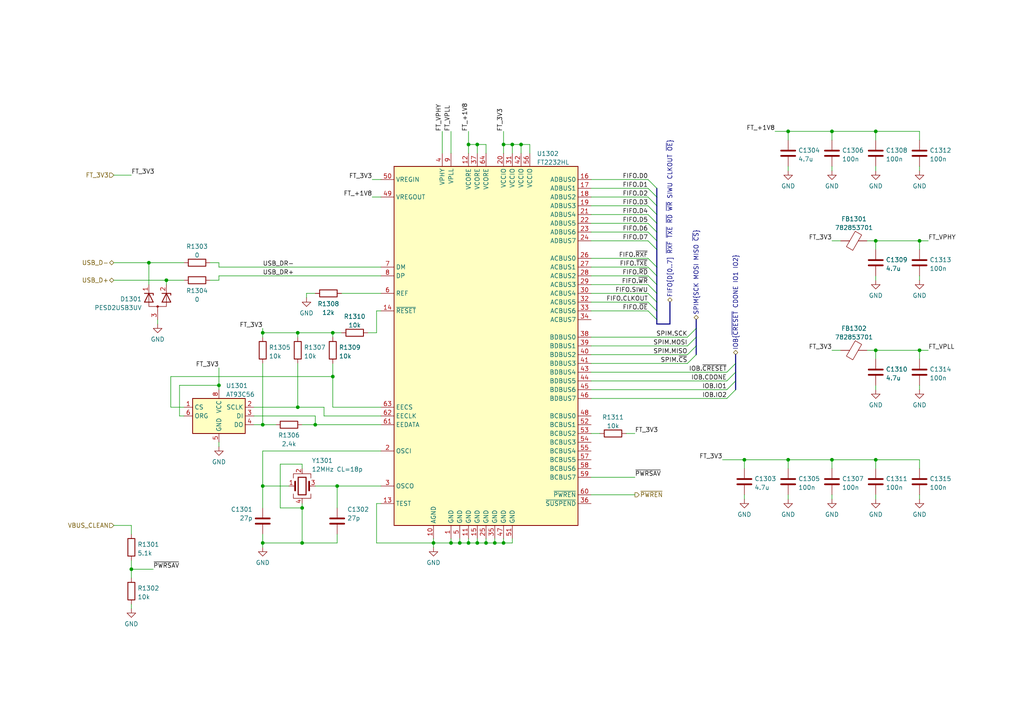
<source format=kicad_sch>
(kicad_sch (version 20211123) (generator eeschema)
  (paper "A4")
  (lib_symbols
    (symbol "Device:C" (pin_numbers hide) (pin_names (offset 0.254))
      (property "Reference" "C" (at 0.635 2.54 0))
      (property "Value" "C" (at 0.635 -2.54 0))
      (symbol "C_0_1"
        (polyline (pts (xy -2.032 -0.762) (xy 2.032 -0.762)) (stroke (width 0.508)))
        (polyline (pts (xy -2.032 0.762) (xy 2.032 0.762)) (stroke (width 0.508)))
      )
      (symbol "C_1_1"
        (pin passive line (at 0 3.81 270) (length 2.794) (name "~") (number "1"))
        (pin passive line (at 0 -3.81 90) (length 2.794) (name "~") (number "2"))
      )
    )
    (symbol "Device:Crystal_GND24" (pin_names (offset 1.016) hide)
      (property "Reference" "Y" (at 3.175 5.08 0))
      (property "Value" "Crystal_GND24" (at 3.175 3.175 0))
      (symbol "Crystal_GND24_0_1"
        (rectangle (start -1.143 2.54) (end 1.143 -2.54) (stroke (width 0.3048)))
        (polyline (pts (xy -2.54 0) (xy -2.032 0)))
        (polyline (pts (xy -2.032 -1.27) (xy -2.032 1.27)) (stroke (width 0.508)))
        (polyline (pts (xy 0 -3.81) (xy 0 -3.556)))
        (polyline (pts (xy 0 3.556) (xy 0 3.81)))
        (polyline (pts (xy 2.032 -1.27) (xy 2.032 1.27)) (stroke (width 0.508)))
        (polyline (pts (xy 2.032 0) (xy 2.54 0)))
        (polyline (pts (xy -2.54 -2.286) (xy -2.54 -3.556) (xy 2.54 -3.556) (xy 2.54 -2.286)))
        (polyline (pts (xy -2.54 2.286) (xy -2.54 3.556) (xy 2.54 3.556) (xy 2.54 2.286)))
      )
      (symbol "Crystal_GND24_1_1"
        (pin passive line (at -3.81 0 0) (length 1.27) (name "1") (number "1"))
        (pin passive line (at 0 5.08 270) (length 1.27) (name "2") (number "2"))
        (pin passive line (at 3.81 0 180) (length 1.27) (name "3") (number "3"))
        (pin passive line (at 0 -5.08 90) (length 1.27) (name "4") (number "4"))
      )
    )
    (symbol "Device:D_Zener_Dual_CommonAnode_KKA_Parallel" (pin_names (offset 0.762) hide)
      (property "Reference" "D" (at 0 5.08 0))
      (property "Value" "D_Zener_Dual_CommonAnode_KKA_Parallel" (at 0 -5.08 0))
      (symbol "D_Zener_Dual_CommonAnode_KKA_Parallel_0_0"
        (polyline (pts (xy 2.032 1.27) (xy 2.54 1.27) (xy 2.54 3.81)) (stroke (width 0.254)))
        (polyline (pts (xy 2.54 -1.27) (xy 2.54 -3.81) (xy 2.032 -3.81)) (stroke (width 0.254)))
      )
      (symbol "D_Zener_Dual_CommonAnode_KKA_Parallel_0_1"
        (circle (center -1.27 0) (radius 0.254) (fill (type outline)))
        (polyline (pts (xy -1.27 0) (xy -2.54 0)))
        (polyline (pts (xy 2.54 2.54) (xy -1.27 2.54) (xy -1.27 -2.54) (xy 2.54 -2.54)))
        (polyline (pts (xy 0 -1.27) (xy 2.54 -2.54) (xy 0 -3.81) (xy 0 -1.27) (xy 0 -1.27) (xy 0 -1.27)) (stroke (width 0.254)))
        (polyline (pts (xy 0 3.81) (xy 2.54 2.54) (xy 0 1.27) (xy 0 3.81) (xy 0 3.81) (xy 0 3.81)) (stroke (width 0.254)))
        (pin passive line (at 5.08 2.54 180) (length 2.54) (name "K") (number "1"))
        (pin passive line (at 5.08 -2.54 180) (length 2.54) (name "K") (number "2"))
        (pin passive line (at -5.08 0 0) (length 2.54) (name "A") (number "3"))
      )
    )
    (symbol "Device:FerriteBead" (pin_numbers hide) (pin_names (offset 0))
      (property "Reference" "FB" (at -3.81 0.635 90))
      (property "Value" "FerriteBead" (at 3.81 0 90))
      (symbol "FerriteBead_0_1"
        (polyline (pts (xy 0 -1.27) (xy 0 -1.2192)))
        (polyline (pts (xy 0 1.27) (xy 0 1.2954)))
        (polyline (pts (xy -2.7686 0.4064) (xy -1.7018 2.2606) (xy 2.7686 -0.3048) (xy 1.6764 -2.159) (xy -2.7686 0.4064)))
      )
      (symbol "FerriteBead_1_1"
        (pin passive line (at 0 3.81 270) (length 2.54) (name "~") (number "1"))
        (pin passive line (at 0 -3.81 90) (length 2.54) (name "~") (number "2"))
      )
    )
    (symbol "Device:R" (pin_numbers hide) (pin_names (offset 0))
      (property "Reference" "R" (at 2.032 0 90))
      (property "Value" "R" (at 0 0 90))
      (symbol "R_0_1"
        (rectangle (start -1.016 -2.54) (end 1.016 2.54) (stroke (width 0.254)))
      )
      (symbol "R_1_1"
        (pin passive line (at 0 3.81 270) (length 1.27) (name "~") (number "1"))
        (pin passive line (at 0 -3.81 90) (length 1.27) (name "~") (number "2"))
      )
    )
    (symbol "Interface_USB:FT2232HL"
      (property "Reference" "U" (at -26.67 53.34 0))
      (property "Value" "FT2232HL" (at 19.05 53.34 0))
      (symbol "FT2232HL_0_1"
        (rectangle (start -26.67 -52.07) (end 26.67 52.07) (stroke (width 0.254)) (fill (type background)))
      )
      (symbol "FT2232HL_1_1"
        (pin power_in line (at -10.16 -55.88 90) (length 3.81) (name "GND") (number "1"))
        (pin power_in line (at -15.24 -55.88 90) (length 3.81) (name "AGND") (number "10"))
        (pin power_in line (at -5.08 -55.88 90) (length 3.81) (name "GND") (number "11"))
        (pin power_in line (at -5.08 55.88 270) (length 3.81) (name "VCORE") (number "12"))
        (pin input line (at -30.48 -45.72 0) (length 3.81) (name "TEST") (number "13"))
        (pin input line (at -30.48 10.16 0) (length 3.81) (name "~{RESET}") (number "14"))
        (pin power_in line (at -2.54 -55.88 90) (length 3.81) (name "GND") (number "15"))
        (pin bidirectional line (at 30.48 48.26 180) (length 3.81) (name "ADBUS0") (number "16"))
        (pin bidirectional line (at 30.48 45.72 180) (length 3.81) (name "ADBUS1") (number "17"))
        (pin bidirectional line (at 30.48 43.18 180) (length 3.81) (name "ADBUS2") (number "18"))
        (pin bidirectional line (at 30.48 40.64 180) (length 3.81) (name "ADBUS3") (number "19"))
        (pin input line (at -30.48 -30.48 0) (length 3.81) (name "OSCI") (number "2"))
        (pin power_in line (at 5.08 55.88 270) (length 3.81) (name "VCCIO") (number "20"))
        (pin bidirectional line (at 30.48 38.1 180) (length 3.81) (name "ADBUS4") (number "21"))
        (pin bidirectional line (at 30.48 35.56 180) (length 3.81) (name "ADBUS5") (number "22"))
        (pin bidirectional line (at 30.48 33.02 180) (length 3.81) (name "ADBUS6") (number "23"))
        (pin bidirectional line (at 30.48 30.48 180) (length 3.81) (name "ADBUS7") (number "24"))
        (pin power_in line (at 0 -55.88 90) (length 3.81) (name "GND") (number "25"))
        (pin bidirectional line (at 30.48 25.4 180) (length 3.81) (name "ACBUS0") (number "26"))
        (pin bidirectional line (at 30.48 22.86 180) (length 3.81) (name "ACBUS1") (number "27"))
        (pin bidirectional line (at 30.48 20.32 180) (length 3.81) (name "ACBUS2") (number "28"))
        (pin bidirectional line (at 30.48 17.78 180) (length 3.81) (name "ACBUS3") (number "29"))
        (pin output line (at -30.48 -40.64 0) (length 3.81) (name "OSCO") (number "3"))
        (pin bidirectional line (at 30.48 15.24 180) (length 3.81) (name "ACBUS4") (number "30"))
        (pin power_in line (at 7.62 55.88 270) (length 3.81) (name "VCCIO") (number "31"))
        (pin bidirectional line (at 30.48 12.7 180) (length 3.81) (name "ACBUS5") (number "32"))
        (pin bidirectional line (at 30.48 10.16 180) (length 3.81) (name "ACBUS6") (number "33"))
        (pin bidirectional line (at 30.48 7.62 180) (length 3.81) (name "ACBUS7") (number "34"))
        (pin power_in line (at 2.54 -55.88 90) (length 3.81) (name "GND") (number "35"))
        (pin output line (at 30.48 -45.72 180) (length 3.81) (name "~{SUSPEND}") (number "36"))
        (pin power_in line (at -2.54 55.88 270) (length 3.81) (name "VCORE") (number "37"))
        (pin bidirectional line (at 30.48 2.54 180) (length 3.81) (name "BDBUS0") (number "38"))
        (pin bidirectional line (at 30.48 0 180) (length 3.81) (name "BDBUS1") (number "39"))
        (pin power_in line (at -12.7 55.88 270) (length 3.81) (name "VPHY") (number "4"))
        (pin bidirectional line (at 30.48 -2.54 180) (length 3.81) (name "BDBUS2") (number "40"))
        (pin bidirectional line (at 30.48 -5.08 180) (length 3.81) (name "BDBUS3") (number "41"))
        (pin power_in line (at 10.16 55.88 270) (length 3.81) (name "VCCIO") (number "42"))
        (pin bidirectional line (at 30.48 -7.62 180) (length 3.81) (name "BDBUS4") (number "43"))
        (pin bidirectional line (at 30.48 -10.16 180) (length 3.81) (name "BDBUS5") (number "44"))
        (pin bidirectional line (at 30.48 -12.7 180) (length 3.81) (name "BDBUS6") (number "45"))
        (pin bidirectional line (at 30.48 -15.24 180) (length 3.81) (name "BDBUS7") (number "46"))
        (pin power_in line (at 5.08 -55.88 90) (length 3.81) (name "GND") (number "47"))
        (pin bidirectional line (at 30.48 -20.32 180) (length 3.81) (name "BCBUS0") (number "48"))
        (pin power_out line (at -30.48 43.18 0) (length 3.81) (name "VREGOUT") (number "49"))
        (pin power_in line (at -7.62 -55.88 90) (length 3.81) (name "GND") (number "5"))
        (pin power_in line (at -30.48 48.26 0) (length 3.81) (name "VREGIN") (number "50"))
        (pin power_in line (at 7.62 -55.88 90) (length 3.81) (name "GND") (number "51"))
        (pin bidirectional line (at 30.48 -22.86 180) (length 3.81) (name "BCBUS1") (number "52"))
        (pin bidirectional line (at 30.48 -25.4 180) (length 3.81) (name "BCBUS2") (number "53"))
        (pin bidirectional line (at 30.48 -27.94 180) (length 3.81) (name "BCBUS3") (number "54"))
        (pin bidirectional line (at 30.48 -30.48 180) (length 3.81) (name "BCBUS4") (number "55"))
        (pin power_in line (at 12.7 55.88 270) (length 3.81) (name "VCCIO") (number "56"))
        (pin bidirectional line (at 30.48 -33.02 180) (length 3.81) (name "BCBUS5") (number "57"))
        (pin bidirectional line (at 30.48 -35.56 180) (length 3.81) (name "BCBUS6") (number "58"))
        (pin bidirectional line (at 30.48 -38.1 180) (length 3.81) (name "BCBUS7") (number "59"))
        (pin output line (at -30.48 15.24 0) (length 3.81) (name "REF") (number "6"))
        (pin output line (at 30.48 -43.18 180) (length 3.81) (name "~{PWREN}") (number "60"))
        (pin bidirectional line (at -30.48 -22.86 0) (length 3.81) (name "EEDATA") (number "61"))
        (pin output line (at -30.48 -20.32 0) (length 3.81) (name "EECLK") (number "62"))
        (pin output line (at -30.48 -17.78 0) (length 3.81) (name "EECS") (number "63"))
        (pin power_in line (at 0 55.88 270) (length 3.81) (name "VCORE") (number "64"))
        (pin bidirectional line (at -30.48 22.86 0) (length 3.81) (name "DM") (number "7"))
        (pin bidirectional line (at -30.48 20.32 0) (length 3.81) (name "DP") (number "8"))
        (pin input line (at -10.16 55.88 270) (length 3.81) (name "VPLL") (number "9"))
      )
    )
    (symbol "Memory_EEPROM:93CxxC"
      (property "Reference" "U" (at -7.62 6.35 0))
      (property "Value" "93CxxC" (at 2.54 -6.35 0))
      (symbol "93CxxC_1_1"
        (rectangle (start -7.62 5.08) (end 7.62 -5.08) (stroke (width 0.254)) (fill (type background)))
        (pin input line (at -10.16 2.54 0) (length 2.54) (name "CS") (number "1"))
        (pin input line (at 10.16 2.54 180) (length 2.54) (name "SCLK") (number "2"))
        (pin input line (at 10.16 0 180) (length 2.54) (name "DI") (number "3"))
        (pin tri_state line (at 10.16 -2.54 180) (length 2.54) (name "DO") (number "4"))
        (pin power_in line (at 0 -7.62 90) (length 2.54) (name "GND") (number "5"))
        (pin input line (at -10.16 0 0) (length 2.54) (name "ORG") (number "6"))
        (pin no_connect line (at -7.62 -2.54 0) (length 2.54) hide (name "NC") (number "7"))
        (pin power_in line (at 0 7.62 270) (length 2.54) (name "VCC") (number "8"))
      )
    )
    (symbol "power:GND" (power) (pin_names (offset 0))
      (property "Value" "GND" (at 0 -3.81 0))
      (symbol "GND_0_1"
        (polyline (pts (xy 0 0) (xy 0 -1.27) (xy 1.27 -1.27) (xy 0 -2.54) (xy -1.27 -1.27) (xy 0 -1.27)))
      )
      (symbol "GND_1_1"
        (pin power_in line (at 0 0 270) (length 0) hide (name "GND") (number "1"))
      )
    )
  )
  (junction (at 146.05 157.48))
  (junction (at 133.35 157.48))
  (junction (at 146.05 41.91))
  (junction (at 266.7 69.85))
  (junction (at 138.43 157.48))
  (junction (at 228.6 38.1))
  (junction (at 43.18 76.2))
  (junction (at 151.13 41.91))
  (junction (at 76.2 123.19))
  (junction (at 48.26 81.28))
  (junction (at 63.5 111.76))
  (junction (at 215.9 133.35))
  (junction (at 228.6 133.35))
  (junction (at 254 69.85))
  (junction (at 96.52 96.52))
  (junction (at 138.43 41.91))
  (junction (at 135.89 157.48))
  (junction (at 76.2 96.52))
  (junction (at 76.2 140.97))
  (junction (at 241.3 38.1))
  (junction (at 148.59 41.91))
  (junction (at 241.3 133.35))
  (junction (at 86.36 118.11))
  (junction (at 140.97 157.48))
  (junction (at 135.89 41.91))
  (junction (at 38.1 165.1))
  (junction (at 87.63 157.48))
  (junction (at 87.63 147.32))
  (junction (at 143.51 157.48))
  (junction (at 86.36 96.52))
  (junction (at 254 38.1))
  (junction (at 125.73 157.48))
  (junction (at 96.52 109.22))
  (junction (at 266.7 101.6))
  (junction (at 254 133.35))
  (junction (at 254 101.6))
  (junction (at 91.44 123.19))
  (junction (at 130.81 157.48))
  (junction (at 76.2 157.48))
  (junction (at 97.79 140.97))
  (bus_entry (at 187.96 90.17) (size 2.54 2.54))
  (bus_entry (at 187.96 62.23) (size 2.54 2.54))
  (bus_entry (at 201.93 95.25) (size -2.54 2.54))
  (bus_entry (at 213.36 110.49) (size -2.54 2.54))
  (bus_entry (at 187.96 80.01) (size 2.54 2.54))
  (bus_entry (at 187.96 85.09) (size 2.54 2.54))
  (bus_entry (at 187.96 54.61) (size 2.54 2.54))
  (bus_entry (at 201.93 97.79) (size -2.54 2.54))
  (bus_entry (at 187.96 64.77) (size 2.54 2.54))
  (bus_entry (at 201.93 100.33) (size -2.54 2.54))
  (bus_entry (at 201.93 102.87) (size -2.54 2.54))
  (bus_entry (at 187.96 82.55) (size 2.54 2.54))
  (bus_entry (at 187.96 57.15) (size 2.54 2.54))
  (bus_entry (at 187.96 52.07) (size 2.54 2.54))
  (bus_entry (at 187.96 87.63) (size 2.54 2.54))
  (bus_entry (at 187.96 59.69) (size 2.54 2.54))
  (bus_entry (at 213.36 107.95) (size -2.54 2.54))
  (bus_entry (at 187.96 77.47) (size 2.54 2.54))
  (bus_entry (at 213.36 113.03) (size -2.54 2.54))
  (bus_entry (at 187.96 69.85) (size 2.54 2.54))
  (bus_entry (at 213.36 105.41) (size -2.54 2.54))
  (bus_entry (at 187.96 67.31) (size 2.54 2.54))
  (bus_entry (at 187.96 74.93) (size 2.54 2.54))
  (wire (pts (xy 87.63 157.48) (xy 76.2 157.48)))
  (wire (pts (xy 33.02 50.8) (xy 38.1 50.8)))
  (wire (pts (xy 97.79 140.97) (xy 97.79 147.32)))
  (wire (pts (xy 63.5 80.01) (xy 63.5 81.28)))
  (wire (pts (xy 153.67 41.91) (xy 153.67 44.45)))
  (wire (pts (xy 38.1 152.4) (xy 38.1 154.94)))
  (wire (pts (xy 135.89 156.21) (xy 135.89 157.48)))
  (wire (pts (xy 133.35 157.48) (xy 135.89 157.48)))
  (wire (pts (xy 181.61 125.73) (xy 184.15 125.73)))
  (bus (pts (xy 201.93 92.71) (xy 201.93 95.25)))
  (wire (pts (xy 171.45 62.23) (xy 187.96 62.23)))
  (bus (pts (xy 194.31 93.98) (xy 194.31 87.63)))
  (wire (pts (xy 87.63 147.32) (xy 87.63 157.48)))
  (bus (pts (xy 190.5 87.63) (xy 190.5 90.17)))
  (bus (pts (xy 190.5 92.71) (xy 190.5 93.98)))
  (wire (pts (xy 130.81 38.1) (xy 130.81 44.45)))
  (wire (pts (xy 43.18 76.2) (xy 43.18 82.55)))
  (wire (pts (xy 91.44 140.97) (xy 97.79 140.97)))
  (wire (pts (xy 45.72 92.71) (xy 45.72 93.98)))
  (wire (pts (xy 171.45 67.31) (xy 187.96 67.31)))
  (wire (pts (xy 76.2 140.97) (xy 76.2 147.32)))
  (wire (pts (xy 135.89 157.48) (xy 138.43 157.48)))
  (wire (pts (xy 151.13 41.91) (xy 151.13 44.45)))
  (wire (pts (xy 52.07 111.76) (xy 52.07 120.65)))
  (wire (pts (xy 254 38.1) (xy 254 40.64)))
  (bus (pts (xy 190.5 57.15) (xy 190.5 59.69)))
  (wire (pts (xy 148.59 41.91) (xy 151.13 41.91)))
  (wire (pts (xy 49.53 109.22) (xy 96.52 109.22)))
  (wire (pts (xy 109.22 157.48) (xy 125.73 157.48)))
  (wire (pts (xy 63.5 106.68) (xy 63.5 111.76)))
  (wire (pts (xy 73.66 118.11) (xy 86.36 118.11)))
  (wire (pts (xy 81.28 134.62) (xy 81.28 147.32)))
  (wire (pts (xy 241.3 133.35) (xy 241.3 135.89)))
  (wire (pts (xy 254 133.35) (xy 254 135.89)))
  (wire (pts (xy 171.45 87.63) (xy 187.96 87.63)))
  (wire (pts (xy 76.2 96.52) (xy 86.36 96.52)))
  (bus (pts (xy 213.36 105.41) (xy 213.36 107.95)))
  (bus (pts (xy 190.5 67.31) (xy 190.5 69.85)))
  (wire (pts (xy 60.96 76.2) (xy 63.5 76.2)))
  (wire (pts (xy 171.45 77.47) (xy 187.96 77.47)))
  (wire (pts (xy 38.1 175.26) (xy 38.1 176.53)))
  (wire (pts (xy 86.36 118.11) (xy 93.98 118.11)))
  (wire (pts (xy 140.97 41.91) (xy 140.97 44.45)))
  (wire (pts (xy 43.18 76.2) (xy 53.34 76.2)))
  (bus (pts (xy 190.5 69.85) (xy 190.5 72.39)))
  (wire (pts (xy 107.95 52.07) (xy 110.49 52.07)))
  (wire (pts (xy 52.07 120.65) (xy 53.34 120.65)))
  (wire (pts (xy 63.5 77.47) (xy 110.49 77.47)))
  (wire (pts (xy 266.7 69.85) (xy 266.7 72.39)))
  (wire (pts (xy 76.2 95.25) (xy 76.2 96.52)))
  (wire (pts (xy 228.6 143.51) (xy 228.6 144.78)))
  (wire (pts (xy 146.05 157.48) (xy 148.59 157.48)))
  (wire (pts (xy 266.7 38.1) (xy 266.7 40.64)))
  (wire (pts (xy 171.45 90.17) (xy 187.96 90.17)))
  (wire (pts (xy 266.7 48.26) (xy 266.7 49.53)))
  (wire (pts (xy 60.96 81.28) (xy 63.5 81.28)))
  (wire (pts (xy 81.28 147.32) (xy 87.63 147.32)))
  (wire (pts (xy 63.5 77.47) (xy 63.5 76.2)))
  (wire (pts (xy 48.26 81.28) (xy 48.26 82.55)))
  (wire (pts (xy 241.3 143.51) (xy 241.3 144.78)))
  (wire (pts (xy 110.49 123.19) (xy 91.44 123.19)))
  (wire (pts (xy 135.89 41.91) (xy 135.89 44.45)))
  (wire (pts (xy 130.81 156.21) (xy 130.81 157.48)))
  (wire (pts (xy 171.45 125.73) (xy 173.99 125.73)))
  (wire (pts (xy 109.22 146.05) (xy 110.49 146.05)))
  (wire (pts (xy 63.5 128.27) (xy 63.5 129.54)))
  (wire (pts (xy 254 101.6) (xy 254 104.14)))
  (bus (pts (xy 190.5 80.01) (xy 190.5 82.55)))
  (wire (pts (xy 96.52 96.52) (xy 99.06 96.52)))
  (wire (pts (xy 63.5 111.76) (xy 52.07 111.76)))
  (bus (pts (xy 201.93 97.79) (xy 201.93 100.33)))
  (bus (pts (xy 190.5 64.77) (xy 190.5 67.31)))
  (wire (pts (xy 76.2 154.94) (xy 76.2 157.48)))
  (wire (pts (xy 228.6 38.1) (xy 241.3 38.1)))
  (wire (pts (xy 171.45 107.95) (xy 210.82 107.95)))
  (wire (pts (xy 146.05 156.21) (xy 146.05 157.48)))
  (bus (pts (xy 213.36 102.87) (xy 213.36 105.41)))
  (wire (pts (xy 76.2 123.19) (xy 73.66 123.19)))
  (wire (pts (xy 241.3 38.1) (xy 254 38.1)))
  (wire (pts (xy 138.43 157.48) (xy 140.97 157.48)))
  (wire (pts (xy 125.73 156.21) (xy 125.73 157.48)))
  (wire (pts (xy 171.45 69.85) (xy 187.96 69.85)))
  (wire (pts (xy 38.1 165.1) (xy 38.1 167.64)))
  (bus (pts (xy 190.5 90.17) (xy 190.5 92.71)))
  (wire (pts (xy 93.98 120.65) (xy 110.49 120.65)))
  (wire (pts (xy 224.79 38.1) (xy 228.6 38.1)))
  (bus (pts (xy 190.5 62.23) (xy 190.5 64.77)))
  (wire (pts (xy 266.7 133.35) (xy 254 133.35)))
  (bus (pts (xy 190.5 59.69) (xy 190.5 62.23)))
  (wire (pts (xy 138.43 156.21) (xy 138.43 157.48)))
  (wire (pts (xy 171.45 52.07) (xy 187.96 52.07)))
  (bus (pts (xy 190.5 77.47) (xy 190.5 80.01)))
  (wire (pts (xy 215.9 133.35) (xy 228.6 133.35)))
  (wire (pts (xy 87.63 135.89) (xy 87.63 134.62)))
  (wire (pts (xy 171.45 105.41) (xy 199.39 105.41)))
  (wire (pts (xy 266.7 135.89) (xy 266.7 133.35)))
  (wire (pts (xy 266.7 80.01) (xy 266.7 81.28)))
  (wire (pts (xy 171.45 143.51) (xy 184.15 143.51)))
  (wire (pts (xy 241.3 101.6) (xy 243.84 101.6)))
  (wire (pts (xy 96.52 96.52) (xy 96.52 97.79)))
  (wire (pts (xy 228.6 133.35) (xy 241.3 133.35)))
  (wire (pts (xy 254 48.26) (xy 254 49.53)))
  (wire (pts (xy 251.46 101.6) (xy 254 101.6)))
  (wire (pts (xy 266.7 101.6) (xy 266.7 104.14)))
  (wire (pts (xy 241.3 48.26) (xy 241.3 49.53)))
  (wire (pts (xy 171.45 74.93) (xy 187.96 74.93)))
  (wire (pts (xy 241.3 38.1) (xy 241.3 40.64)))
  (wire (pts (xy 171.45 115.57) (xy 210.82 115.57)))
  (wire (pts (xy 254 143.51) (xy 254 144.78)))
  (wire (pts (xy 73.66 120.65) (xy 91.44 120.65)))
  (wire (pts (xy 86.36 105.41) (xy 86.36 118.11)))
  (wire (pts (xy 96.52 118.11) (xy 110.49 118.11)))
  (wire (pts (xy 76.2 157.48) (xy 76.2 158.75)))
  (wire (pts (xy 251.46 69.85) (xy 254 69.85)))
  (wire (pts (xy 143.51 157.48) (xy 146.05 157.48)))
  (wire (pts (xy 76.2 140.97) (xy 83.82 140.97)))
  (wire (pts (xy 33.02 76.2) (xy 43.18 76.2)))
  (wire (pts (xy 96.52 109.22) (xy 96.52 118.11)))
  (bus (pts (xy 213.36 110.49) (xy 213.36 113.03)))
  (wire (pts (xy 171.45 54.61) (xy 187.96 54.61)))
  (wire (pts (xy 171.45 138.43) (xy 184.15 138.43)))
  (wire (pts (xy 215.9 133.35) (xy 215.9 135.89)))
  (wire (pts (xy 109.22 146.05) (xy 109.22 157.48)))
  (wire (pts (xy 38.1 162.56) (xy 38.1 165.1)))
  (wire (pts (xy 254 69.85) (xy 266.7 69.85)))
  (wire (pts (xy 228.6 48.26) (xy 228.6 49.53)))
  (wire (pts (xy 110.49 90.17) (xy 109.22 90.17)))
  (wire (pts (xy 76.2 123.19) (xy 80.01 123.19)))
  (wire (pts (xy 128.27 38.1) (xy 128.27 44.45)))
  (wire (pts (xy 76.2 130.81) (xy 76.2 140.97)))
  (wire (pts (xy 140.97 156.21) (xy 140.97 157.48)))
  (wire (pts (xy 266.7 69.85) (xy 269.24 69.85)))
  (wire (pts (xy 97.79 140.97) (xy 110.49 140.97)))
  (wire (pts (xy 49.53 118.11) (xy 49.53 109.22)))
  (wire (pts (xy 110.49 130.81) (xy 76.2 130.81)))
  (wire (pts (xy 171.45 110.49) (xy 210.82 110.49)))
  (wire (pts (xy 138.43 41.91) (xy 140.97 41.91)))
  (wire (pts (xy 171.45 100.33) (xy 199.39 100.33)))
  (wire (pts (xy 76.2 97.79) (xy 76.2 96.52)))
  (wire (pts (xy 215.9 143.51) (xy 215.9 144.78)))
  (wire (pts (xy 76.2 105.41) (xy 76.2 123.19)))
  (wire (pts (xy 266.7 143.51) (xy 266.7 144.78)))
  (wire (pts (xy 209.55 133.35) (xy 215.9 133.35)))
  (wire (pts (xy 148.59 41.91) (xy 148.59 44.45)))
  (bus (pts (xy 190.5 54.61) (xy 190.5 57.15)))
  (wire (pts (xy 109.22 96.52) (xy 106.68 96.52)))
  (wire (pts (xy 91.44 120.65) (xy 91.44 123.19)))
  (wire (pts (xy 241.3 69.85) (xy 243.84 69.85)))
  (wire (pts (xy 254 38.1) (xy 266.7 38.1)))
  (wire (pts (xy 140.97 157.48) (xy 143.51 157.48)))
  (wire (pts (xy 143.51 156.21) (xy 143.51 157.48)))
  (wire (pts (xy 254 80.01) (xy 254 81.28)))
  (wire (pts (xy 148.59 157.48) (xy 148.59 156.21)))
  (wire (pts (xy 93.98 118.11) (xy 93.98 120.65)))
  (wire (pts (xy 87.63 123.19) (xy 91.44 123.19)))
  (wire (pts (xy 171.45 64.77) (xy 187.96 64.77)))
  (bus (pts (xy 201.93 100.33) (xy 201.93 102.87)))
  (wire (pts (xy 97.79 154.94) (xy 97.79 157.48)))
  (bus (pts (xy 190.5 85.09) (xy 190.5 87.63)))
  (wire (pts (xy 254 111.76) (xy 254 113.03)))
  (wire (pts (xy 254 101.6) (xy 266.7 101.6)))
  (wire (pts (xy 171.45 57.15) (xy 187.96 57.15)))
  (bus (pts (xy 201.93 95.25) (xy 201.93 97.79)))
  (wire (pts (xy 241.3 133.35) (xy 254 133.35)))
  (wire (pts (xy 33.02 152.4) (xy 38.1 152.4)))
  (wire (pts (xy 135.89 41.91) (xy 138.43 41.91)))
  (wire (pts (xy 171.45 113.03) (xy 210.82 113.03)))
  (wire (pts (xy 228.6 133.35) (xy 228.6 135.89)))
  (wire (pts (xy 63.5 80.01) (xy 110.49 80.01)))
  (wire (pts (xy 109.22 90.17) (xy 109.22 96.52)))
  (wire (pts (xy 87.63 147.32) (xy 87.63 146.05)))
  (wire (pts (xy 171.45 80.01) (xy 187.96 80.01)))
  (wire (pts (xy 151.13 41.91) (xy 153.67 41.91)))
  (bus (pts (xy 190.5 72.39) (xy 190.5 77.47)))
  (wire (pts (xy 88.9 85.09) (xy 91.44 85.09)))
  (wire (pts (xy 63.5 111.76) (xy 63.5 113.03)))
  (wire (pts (xy 133.35 156.21) (xy 133.35 157.48)))
  (bus (pts (xy 213.36 107.95) (xy 213.36 110.49)))
  (wire (pts (xy 107.95 57.15) (xy 110.49 57.15)))
  (wire (pts (xy 33.02 81.28) (xy 48.26 81.28)))
  (wire (pts (xy 138.43 41.91) (xy 138.43 44.45)))
  (wire (pts (xy 171.45 97.79) (xy 199.39 97.79)))
  (wire (pts (xy 135.89 38.1) (xy 135.89 41.91)))
  (wire (pts (xy 97.79 157.48) (xy 87.63 157.48)))
  (wire (pts (xy 254 69.85) (xy 254 72.39)))
  (wire (pts (xy 88.9 86.36) (xy 88.9 85.09)))
  (wire (pts (xy 266.7 101.6) (xy 269.24 101.6)))
  (wire (pts (xy 38.1 165.1) (xy 44.45 165.1)))
  (wire (pts (xy 146.05 38.1) (xy 146.05 41.91)))
  (wire (pts (xy 171.45 102.87) (xy 199.39 102.87)))
  (wire (pts (xy 86.36 96.52) (xy 86.36 97.79)))
  (wire (pts (xy 96.52 109.22) (xy 96.52 105.41)))
  (wire (pts (xy 99.06 85.09) (xy 110.49 85.09)))
  (wire (pts (xy 87.63 134.62) (xy 81.28 134.62)))
  (wire (pts (xy 171.45 59.69) (xy 187.96 59.69)))
  (wire (pts (xy 48.26 81.28) (xy 53.34 81.28)))
  (wire (pts (xy 86.36 96.52) (xy 96.52 96.52)))
  (wire (pts (xy 130.81 157.48) (xy 133.35 157.48)))
  (wire (pts (xy 53.34 118.11) (xy 49.53 118.11)))
  (wire (pts (xy 171.45 82.55) (xy 187.96 82.55)))
  (wire (pts (xy 146.05 41.91) (xy 148.59 41.91)))
  (wire (pts (xy 125.73 157.48) (xy 125.73 158.75)))
  (bus (pts (xy 190.5 93.98) (xy 194.31 93.98)))
  (bus (pts (xy 190.5 82.55) (xy 190.5 85.09)))
  (wire (pts (xy 171.45 85.09) (xy 187.96 85.09)))
  (wire (pts (xy 266.7 111.76) (xy 266.7 113.03)))
  (wire (pts (xy 146.05 44.45) (xy 146.05 41.91)))
  (wire (pts (xy 125.73 157.48) (xy 130.81 157.48)))
  (wire (pts (xy 228.6 38.1) (xy 228.6 40.64)))
  (label "FT_VPLL" (at 130.81 38.1 90))
  (label "FIFO.D3" (at 187.96 59.69 180))
  (label "USB_DR-" (at 76.2 77.47 0))
  (label "FT_3V3" (at 209.55 133.35 180))
  (label "FT_+1V8" (at 224.79 38.1 180))
  (label "FT_3V3" (at 107.95 52.07 180))
  (label "IOB.IO2" (at 210.82 115.57 180))
  (label "SPIM.SCK" (at 199.39 97.79 180))
  (label "FT_VPHY" (at 128.27 38.1 90))
  (label "FT_3V3" (at 184.15 125.73 0))
  (label "~{PWRSAV}" (at 184.15 138.43 0))
  (label "FIFO.~{RXF}" (at 187.96 74.93 180))
  (label "FIFO.D7" (at 187.96 69.85 180))
  (label "~{PWRSAV}" (at 44.45 165.1 0))
  (label "FIFO.D0" (at 187.96 52.07 180))
  (label "FIFO.SIWU" (at 187.96 85.09 180))
  (label "FT_3V3" (at 241.3 69.85 180))
  (label "FIFO.D6" (at 187.96 67.31 180))
  (label "FIFO.D2" (at 187.96 57.15 180))
  (label "IOB.IO1" (at 210.82 113.03 180))
  (label "USB_DR+" (at 76.2 80.01 0))
  (label "FIFO.D5" (at 187.96 64.77 180))
  (label "SPIM.~{CS}" (at 199.39 105.41 180))
  (label "FT_VPHY" (at 269.24 69.85 0))
  (label "FIFO.CLKOUT" (at 187.96 87.63 180))
  (label "FT_VPLL" (at 269.24 101.6 0))
  (label "IOB.~{CRESET}" (at 210.82 107.95 180))
  (label "FIFO.~{TXE}" (at 187.96 77.47 180))
  (label "FIFO.~{OE}" (at 187.96 90.17 180))
  (label "FT_3V3" (at 241.3 101.6 180))
  (label "FT_3V3" (at 146.05 38.1 90))
  (label "FT_3V3" (at 76.2 95.25 180))
  (label "FT_3V3" (at 63.5 106.68 180))
  (label "IOB.CDONE" (at 210.82 110.49 180))
  (label "FIFO.D4" (at 187.96 62.23 180))
  (label "FT_+1V8" (at 107.95 57.15 180))
  (label "SPIM.MISO" (at 199.39 102.87 180))
  (label "FIFO.~{RD}" (at 187.96 80.01 180))
  (label "FIFO.D1" (at 187.96 54.61 180))
  (label "FT_3V3" (at 38.1 50.8 0))
  (label "FIFO.~{WR}" (at 187.96 82.55 180))
  (label "FT_+1V8" (at 135.89 38.1 90))
  (label "SPIM.MOSI" (at 199.39 100.33 180))
  (hierarchical_label "FT_3V3" (shape input) (at 33.02 50.8 180))
  (hierarchical_label "~{PWREN}" (shape output) (at 184.15 143.51 0))
  (hierarchical_label "FIFO{D[0..7] ~{RXF} ~{TXE} ~{RD} ~{WR} SIWU CLKOUT ~{OE}}" (shape bidirectional) (at 194.31 87.63 90))
  (hierarchical_label "SPIM{SCK MOSI MISO ~{CS}}" (shape bidirectional) (at 201.93 92.71 90))
  (hierarchical_label "USB_D+" (shape bidirectional) (at 33.02 81.28 180))
  (hierarchical_label "IOB{~{CRESET} CDONE IO1 IO2}" (shape bidirectional) (at 213.36 102.87 90))
  (hierarchical_label "VBUS_CLEAN" (shape input) (at 33.02 152.4 180))
  (hierarchical_label "USB_D-" (shape bidirectional) (at 33.02 76.2 180))
  (symbol (lib_id "Device:C") (at 266.7 76.2 0) (unit 1)
    (property "Reference" "C1313" (at 269.621 75.3653 0) (effects (justify left)))
    (property "Value" "100n" (at 269.621 77.9022 0) (effects (justify left)))
    (property "Footprint" "Capacitor_SMD:C_0805_2012Metric" (effects hide))
    (property "Mfr" "Samsung" (effects hide))
    (property "Mfr PN" "CL21B104KBFNNNE" (effects hide))
  )
  (symbol (lib_id "Device:C") (at 254 76.2 0) (unit 1)
    (property "Reference" "C1309" (at 256.921 75.3653 0) (effects (justify left)))
    (property "Value" "4.7u" (at 256.921 77.9022 0) (effects (justify left)))
    (property "Footprint" "Capacitor_SMD:C_0805_2012Metric" (effects hide))
    (property "Mfr" "Murata" (effects hide))
    (property "Mfr PN" "GRM21BR71C475ME51" (effects hide))
  )
  (symbol (lib_id "power:GND") (at 254 81.28 0) (unit 1)
    (property "Reference" "#PWR01313" (effects hide))
    (property "Value" "GND" (at 254 85.7234 0))
  )
  (symbol (lib_id "power:GND") (at 266.7 49.53 0) (unit 1)
    (property "Reference" "#PWR01316" (effects hide))
    (property "Value" "GND" (at 266.7 53.9734 0))
  )
  (symbol (lib_id "Device:C") (at 266.7 44.45 0) (unit 1)
    (property "Reference" "C1312" (at 269.621 43.6153 0) (effects (justify left)))
    (property "Value" "100n" (at 269.621 46.1522 0) (effects (justify left)))
    (property "Footprint" "Capacitor_SMD:C_0805_2012Metric" (effects hide))
    (property "Mfr" "Samsung" (effects hide))
    (property "Mfr PN" "CL21B104KBFNNNE" (effects hide))
  )
  (symbol (lib_id "Device:C") (at 228.6 139.7 0) (unit 1)
    (property "Reference" "C1305" (at 231.521 138.8653 0) (effects (justify left)))
    (property "Value" "100n" (at 231.521 141.4022 0) (effects (justify left)))
    (property "Footprint" "Capacitor_SMD:C_0805_2012Metric" (effects hide))
    (property "Mfr" "Samsung" (effects hide))
    (property "Mfr PN" "CL21B104KBFNNNE" (effects hide))
  )
  (symbol (lib_id "power:GND") (at 228.6 49.53 0) (unit 1)
    (property "Reference" "#PWR01308" (effects hide))
    (property "Value" "GND" (at 228.6 53.9734 0))
  )
  (symbol (lib_id "Device:R") (at 57.15 81.28 90) (unit 1)
    (property "Reference" "R1304" (at 57.15 84.3264 90))
    (property "Value" "0" (at 57.15 86.8633 90))
    (property "Footprint" "Resistor_SMD:R_0805_2012Metric" (effects hide))
    (property "Mfr" "Bourns" (effects hide))
    (property "Mfr PN" "CR0805-J/-000ELF" (effects hide))
  )
  (symbol (lib_id "Device:C") (at 241.3 44.45 0) (unit 1)
    (property "Reference" "C1306" (at 244.221 43.6153 0) (effects (justify left)))
    (property "Value" "100n" (at 244.221 46.1522 0) (effects (justify left)))
    (property "Footprint" "Capacitor_SMD:C_0805_2012Metric" (effects hide))
    (property "Mfr" "Samsung" (effects hide))
    (property "Mfr PN" "CL21B104KBFNNNE" (effects hide))
  )
  (symbol (lib_id "Device:C") (at 76.2 151.13 0) (unit 1)
    (property "Reference" "C1301" (at 73.2791 147.7584 0) (effects (justify right)))
    (property "Value" "27p" (at 73.2791 150.2953 0) (effects (justify right)))
    (property "Footprint" "Capacitor_SMD:C_0805_2012Metric" (effects hide))
    (property "Mfr" "YAGEO" (effects hide))
    (property "Mfr PN" "CC0805JRNPO9BN270" (effects hide))
  )
  (symbol (lib_id "Device:FerriteBead") (at 247.65 101.6 270) (unit 1)
    (property "Reference" "FB1302" (at 247.7008 95.2586 90))
    (property "Value" "782853701" (at 247.7008 97.7955 90))
    (property "Footprint" "Inductor_SMD:L_0805_2012Metric" (effects hide))
    (property "Mfr" "Wurth" (effects hide))
    (property "Mfr PN" "782853701" (effects hide))
  )
  (symbol (lib_id "power:GND") (at 38.1 176.53 0) (unit 1)
    (property "Reference" "#PWR01301" (effects hide))
    (property "Value" "GND" (at 38.1 180.9734 0))
  )
  (symbol (lib_id "Device:R") (at 38.1 158.75 180) (unit 1)
    (property "Reference" "R1301" (at 39.878 157.9153 0) (effects (justify right)))
    (property "Value" "5.1k" (at 39.878 160.4522 0) (effects (justify right)))
    (property "Footprint" "Resistor_SMD:R_0805_2012Metric" (effects hide))
    (property "Mfr" "Bourns" (effects hide))
    (property "Mfr PN" "CR0805-FX-5101ELF" (effects hide))
  )
  (symbol (lib_id "power:GND") (at 241.3 49.53 0) (unit 1)
    (property "Reference" "#PWR01310" (effects hide))
    (property "Value" "GND" (at 241.3 53.9734 0))
  )
  (symbol (lib_id "Device:C") (at 241.3 139.7 0) (unit 1)
    (property "Reference" "C1307" (at 244.221 138.8653 0) (effects (justify left)))
    (property "Value" "100n" (at 244.221 141.4022 0) (effects (justify left)))
    (property "Footprint" "Capacitor_SMD:C_0805_2012Metric" (effects hide))
    (property "Mfr" "Samsung" (effects hide))
    (property "Mfr PN" "CL21B104KBFNNNE" (effects hide))
  )
  (symbol (lib_id "Device:R") (at 38.1 171.45 180) (unit 1)
    (property "Reference" "R1302" (at 39.878 170.6153 0) (effects (justify right)))
    (property "Value" "10k" (at 39.878 173.1522 0) (effects (justify right)))
    (property "Footprint" "Resistor_SMD:R_0805_2012Metric" (effects hide))
    (property "Mfr" "Bourns" (effects hide))
    (property "Mfr PN" "CR0805-FX-1002ELF" (effects hide))
  )
  (symbol (lib_id "power:GND") (at 254 49.53 0) (unit 1)
    (property "Reference" "#PWR01312" (effects hide))
    (property "Value" "GND" (at 254 53.9734 0))
  )
  (symbol (lib_id "Device:R") (at 57.15 76.2 90) (unit 1)
    (property "Reference" "R1303" (at 57.15 71.4842 90))
    (property "Value" "0" (at 57.15 74.0211 90))
    (property "Footprint" "Resistor_SMD:R_0805_2012Metric" (effects hide))
    (property "Mfr" "Bourns" (effects hide))
    (property "Mfr PN" "CR0805-J/-000ELF" (effects hide))
  )
  (symbol (lib_id "Device:R") (at 83.82 123.19 270) (unit 1)
    (property "Reference" "R1306" (at 83.82 126.2364 90))
    (property "Value" "2.4k" (at 83.82 128.7733 90))
    (property "Footprint" "Resistor_SMD:R_0805_2012Metric" (effects hide))
    (property "Mfr" "Bourns" (effects hide))
    (property "Mfr PN" "CR0805-FX-2401ELF" (effects hide))
  )
  (symbol (lib_id "Device:R") (at 86.36 101.6 180) (unit 1)
    (property "Reference" "R1307" (at 88.138 100.7653 0) (effects (justify right)))
    (property "Value" "10k" (at 88.138 103.3022 0) (effects (justify right)))
    (property "Footprint" "Resistor_SMD:R_0805_2012Metric" (effects hide))
    (property "Mfr" "Bourns" (effects hide))
    (property "Mfr PN" "CR0805-FX-1002ELF" (effects hide))
  )
  (symbol (lib_id "Device:R") (at 96.52 101.6 180) (unit 1)
    (property "Reference" "R1309" (at 98.298 100.7653 0) (effects (justify right)))
    (property "Value" "10k" (at 98.298 103.3022 0) (effects (justify right)))
    (property "Footprint" "Resistor_SMD:R_0805_2012Metric" (effects hide))
    (property "Mfr" "Bourns" (effects hide))
    (property "Mfr PN" "CR0805-FX-1002ELF" (effects hide))
  )
  (symbol (lib_id "power:GND") (at 63.5 129.54 0) (unit 1)
    (property "Reference" "#PWR01303" (effects hide))
    (property "Value" "GND" (at 63.5 133.9834 0))
  )
  (symbol (lib_id "power:GND") (at 125.73 158.75 0) (unit 1)
    (property "Reference" "#PWR01306" (effects hide))
    (property "Value" "GND" (at 125.73 163.1934 0))
  )
  (symbol (lib_id "power:GND") (at 266.7 113.03 0) (unit 1)
    (property "Reference" "#PWR01318" (effects hide))
    (property "Value" "GND" (at 266.7 117.4734 0))
  )
  (symbol (lib_id "Device:R") (at 102.87 96.52 90) (unit 1)
    (property "Reference" "R1310" (at 102.87 91.8042 90))
    (property "Value" "10k" (at 102.87 94.3411 90))
    (property "Footprint" "Resistor_SMD:R_0805_2012Metric" (effects hide))
    (property "Mfr" "Bourns" (effects hide))
    (property "Mfr PN" "CR0805-FX-1002ELF" (effects hide))
  )
  (symbol (lib_id "Device:C") (at 228.6 44.45 0) (unit 1)
    (property "Reference" "C1304" (at 231.521 43.6153 0) (effects (justify left)))
    (property "Value" "4.7u" (at 231.521 46.1522 0) (effects (justify left)))
    (property "Footprint" "Capacitor_SMD:C_0805_2012Metric" (effects hide))
    (property "Mfr" "Murata" (effects hide))
    (property "Mfr PN" "GRM21BR71C475ME51" (effects hide))
  )
  (symbol (lib_id "power:GND") (at 241.3 144.78 0) (unit 1)
    (property "Reference" "#PWR01311" (effects hide))
    (property "Value" "GND" (at 241.3 149.2234 0))
  )
  (symbol (lib_id "Device:C") (at 266.7 139.7 0) (unit 1)
    (property "Reference" "C1315" (at 269.621 138.8653 0) (effects (justify left)))
    (property "Value" "100n" (at 269.621 141.4022 0) (effects (justify left)))
    (property "Footprint" "Capacitor_SMD:C_0805_2012Metric" (effects hide))
    (property "Mfr" "Samsung" (effects hide))
    (property "Mfr PN" "CL21B104KBFNNNE" (effects hide))
  )
  (symbol (lib_id "Device:C") (at 266.7 107.95 0) (unit 1)
    (property "Reference" "C1314" (at 269.621 107.1153 0) (effects (justify left)))
    (property "Value" "100n" (at 269.621 109.6522 0) (effects (justify left)))
    (property "Footprint" "Capacitor_SMD:C_0805_2012Metric" (effects hide))
    (property "Mfr" "Samsung" (effects hide))
    (property "Mfr PN" "CL21B104KBFNNNE" (effects hide))
  )
  (symbol (lib_id "Device:C") (at 254 139.7 0) (unit 1)
    (property "Reference" "C1311" (at 256.921 138.8653 0) (effects (justify left)))
    (property "Value" "100n" (at 256.921 141.4022 0) (effects (justify left)))
    (property "Footprint" "Capacitor_SMD:C_0805_2012Metric" (effects hide))
    (property "Mfr" "Samsung" (effects hide))
    (property "Mfr PN" "CL21B104KBFNNNE" (effects hide))
  )
  (symbol (lib_id "power:GND") (at 215.9 144.78 0) (unit 1)
    (property "Reference" "#PWR01307" (effects hide))
    (property "Value" "GND" (at 215.9 149.2234 0))
  )
  (symbol (lib_id "power:GND") (at 254 113.03 0) (unit 1)
    (property "Reference" "#PWR01314" (effects hide))
    (property "Value" "GND" (at 254 117.4734 0))
  )
  (symbol (lib_id "Device:FerriteBead") (at 247.65 69.85 270) (unit 1)
    (property "Reference" "FB1301" (at 247.7008 63.5086 90))
    (property "Value" "782853701" (at 247.7008 66.0455 90))
    (property "Footprint" "Inductor_SMD:L_0805_2012Metric" (effects hide))
    (property "Mfr" "Wurth" (effects hide))
    (property "Mfr PN" "782853701" (effects hide))
  )
  (symbol (lib_id "Device:Crystal_GND24") (at 87.63 140.97 0) (unit 1)
    (property "Reference" "Y1301" (at 90.3987 133.5872 0) (effects (justify left)))
    (property "Value" "12MHz CL=18p" (at 90.3987 136.1241 0) (effects (justify left)))
    (property "Footprint" "Crystal:Crystal_SMD_3225-4Pin_3.2x2.5mm_HandSoldering" (effects hide))
    (property "Mfr" "ECS" (effects hide))
    (property "Mfr PN" "ECS-120-18-33-JGN-TR3" (effects hide))
  )
  (symbol (lib_id "Device:R") (at 95.25 85.09 270) (unit 1)
    (property "Reference" "R1308" (at 95.25 88.1364 90))
    (property "Value" "12k" (at 95.25 90.6733 90))
    (property "Footprint" "Resistor_SMD:R_0805_2012Metric" (effects hide))
    (property "Mfr" "Bourns" (effects hide))
    (property "Mfr PN" "CR0805-FX-1202ELF" (effects hide))
  )
  (symbol (lib_id "power:GND") (at 88.9 86.36 0) (unit 1)
    (property "Reference" "#PWR01305" (effects hide))
    (property "Value" "GND" (at 88.9 90.8034 0))
  )
  (symbol (lib_id "Device:C") (at 215.9 139.7 0) (unit 1)
    (property "Reference" "C1303" (at 218.821 138.8653 0) (effects (justify left)))
    (property "Value" "4.7u" (at 218.821 141.4022 0) (effects (justify left)))
    (property "Footprint" "Capacitor_SMD:C_0805_2012Metric" (effects hide))
    (property "Mfr" "Murata" (effects hide))
    (property "Mfr PN" "GRM21BR71C475ME51" (effects hide))
  )
  (symbol (lib_id "Memory_EEPROM:93CxxC") (at 63.5 120.65 0) (unit 1)
    (property "Reference" "U1301" (at 65.5194 111.8702 0) (effects (justify left)))
    (property "Value" "AT93C56" (at 65.5194 114.4071 0) (effects (justify left)))
    (property "Footprint" "Package_SO:TSSOP-8_4.4x3mm_P0.65mm" (effects hide))
    (property "Datasheet" "http://ww1.microchip.com/downloads/en/DeviceDoc/20001749K.pdf" (effects hide))
    (property "Mfr" "Microchip" (effects hide))
    (property "Mfr PN" "AT93C56B-XHM-T" (effects hide))
  )
  (symbol (lib_id "power:GND") (at 266.7 144.78 0) (unit 1)
    (property "Reference" "#PWR01319" (effects hide))
    (property "Value" "GND" (at 266.7 149.2234 0))
  )
  (symbol (lib_id "Device:R") (at 76.2 101.6 180) (unit 1)
    (property "Reference" "R1305" (at 77.978 100.7653 0) (effects (justify right)))
    (property "Value" "10k" (at 77.978 103.3022 0) (effects (justify right)))
    (property "Footprint" "Resistor_SMD:R_0805_2012Metric" (effects hide))
    (property "Mfr" "Bourns" (effects hide))
    (property "Mfr PN" "CR0805-FX-1002ELF" (effects hide))
  )
  (symbol (lib_id "Device:D_Zener_Dual_CommonAnode_KKA_Parallel") (at 45.72 87.63 90) (unit 1)
    (property "Reference" "D1301" (at 41.1481 86.7318 90) (effects (justify left)))
    (property "Value" "PESD2USB3UV" (at 41.1481 89.2687 90) (effects (justify left)))
    (property "Footprint" "Package_TO_SOT_SMD:SOT-23" (effects hide))
    (property "Mfr" "Nexperia" (effects hide))
    (property "Mfr PN" "PESD2USB3UV" (effects hide))
  )
  (symbol (lib_id "power:GND") (at 228.6 144.78 0) (unit 1)
    (property "Reference" "#PWR01309" (effects hide))
    (property "Value" "GND" (at 228.6 149.2234 0))
  )
  (symbol (lib_id "power:GND") (at 45.72 93.98 0) (unit 1)
    (property "Reference" "#PWR01302" (effects hide))
    (property "Value" "GND" (at 45.72 98.4234 0))
  )
  (symbol (lib_id "power:GND") (at 266.7 81.28 0) (unit 1)
    (property "Reference" "#PWR01317" (effects hide))
    (property "Value" "GND" (at 266.7 85.7234 0))
  )
  (symbol (lib_id "power:GND") (at 254 144.78 0) (unit 1)
    (property "Reference" "#PWR01315" (effects hide))
    (property "Value" "GND" (at 254 149.2234 0))
  )
  (symbol (lib_id "Device:R") (at 177.8 125.73 90) (unit 1)
    (property "Reference" "R1311" (at 177.8 121.0142 90))
    (property "Value" "10k" (at 177.8 123.5511 90))
    (property "Footprint" "Resistor_SMD:R_0805_2012Metric" (effects hide))
    (property "Mfr" "Bourns" (effects hide))
    (property "Mfr PN" "CR0805-FX-1002ELF" (effects hide))
  )
  (symbol (lib_id "Device:C") (at 254 107.95 0) (unit 1)
    (property "Reference" "C1310" (at 256.921 107.1153 0) (effects (justify left)))
    (property "Value" "4.7u" (at 256.921 109.6522 0) (effects (justify left)))
    (property "Footprint" "Capacitor_SMD:C_0805_2012Metric" (effects hide))
    (property "Mfr" "Murata" (effects hide))
    (property "Mfr PN" "GRM21BR71C475ME51" (effects hide))
  )
  (symbol (lib_id "power:GND") (at 76.2 158.75 0) (unit 1)
    (property "Reference" "#PWR01304" (effects hide))
    (property "Value" "GND" (at 76.2 163.1934 0))
  )
  (symbol (lib_id "Device:C") (at 97.79 151.13 0) (unit 1)
    (property "Reference" "C1302" (at 100.711 147.7584 0) (effects (justify left)))
    (property "Value" "27p" (at 100.711 150.2953 0) (effects (justify left)))
    (property "Footprint" "Capacitor_SMD:C_0805_2012Metric" (effects hide))
    (property "Mfr" "YAGEO" (effects hide))
    (property "Mfr PN" "CC0805JRNPO9BN270" (effects hide))
  )
  (symbol (lib_id "Device:C") (at 254 44.45 0) (unit 1)
    (property "Reference" "C1308" (at 256.921 43.6153 0) (effects (justify left)))
    (property "Value" "100n" (at 256.921 46.1522 0) (effects (justify left)))
    (property "Footprint" "Capacitor_SMD:C_0805_2012Metric" (effects hide))
    (property "Mfr" "Samsung" (effects hide))
    (property "Mfr PN" "CL21B104KBFNNNE" (effects hide))
  )
  (symbol (lib_id "Interface_USB:FT2232HL") (at 140.97 100.33 0) (unit 1)
    (property "Reference" "U1302" (at 155.6894 44.5602 0) (effects (justify left)))
    (property "Value" "FT2232HL" (at 155.6894 47.0971 0) (effects (justify left)))
    (property "Footprint" "Package_QFP:LQFP-64_10x10mm_P0.5mm" (effects hide))
    (property "Datasheet" "https://www.ftdichip.com/Support/Documents/DataSheets/ICs/DS_FT2232H.pdf" (effects hide))
    (property "Mfr" "FTDI" (effects hide))
    (property "Mfr PN" "FT2232HL" (effects hide))
  )
)
</source>
